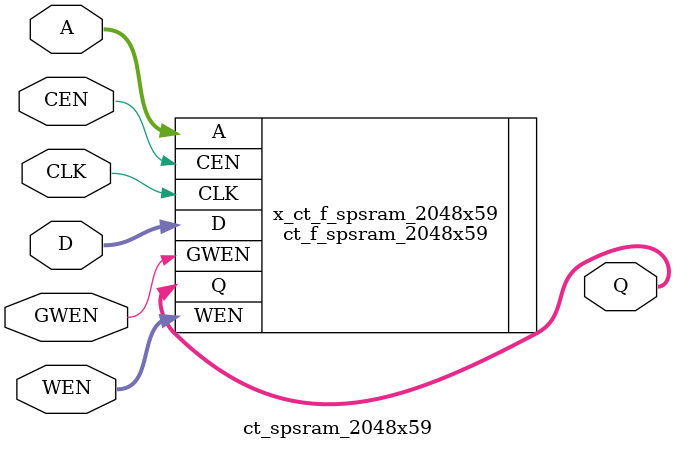
<source format=v>

/*Copyright 2019-2021 T-Head Semiconductor Co., Ltd.

Licensed under the Apache License, Version 2.0 (the "License");
you may not use this file except in compliance with the License.
You may obtain a copy of the License at

    http://www.apache.org/licenses/LICENSE-2.0

Unless required by applicable law or agreed to in writing, software
distributed under the License is distributed on an "AS IS" BASIS,
WITHOUT WARRANTIES OR CONDITIONS OF ANY KIND, either express or implied.
See the License for the specific language governing permissions and
limitations under the License.
*/

// &ModuleBeg; @22
module ct_spsram_2048x59(
  A,
  CEN,
  CLK,
  D,
  GWEN,
  Q,
  WEN
);

// &Ports; @23
input   [10:0]  A;   
input           CEN; 
input           CLK; 
input   [58:0]  D;   
input           GWEN; 
input   [58:0]  WEN; 
output  [58:0]  Q;   

// &Regs; @24

// &Wires; @25
wire    [10:0]  A;   
wire            CEN; 
wire            CLK; 
wire    [58:0]  D;   
wire            GWEN; 
wire    [58:0]  Q;   
wire    [58:0]  WEN; 


//**********************************************************
//                  Parameter Definition
//**********************************************************
parameter ADDR_WIDTH = 11;
parameter DATA_WIDTH = 59;
parameter WE_WIDTH   = 59;

// &Force("bus","Q",DATA_WIDTH-1,0); @34
// &Force("bus","WEN",WE_WIDTH-1,0); @35
// &Force("bus","A",ADDR_WIDTH-1,0); @36
// &Force("bus","D",DATA_WIDTH-1,0); @37

  //********************************************************
  //*                        FPGA memory                   *
  //********************************************************
  //{WEN[58],WEN[57:29],WEN[28:0]}
//   &Instance("ct_f_spsram_2048x59"); @44
ct_f_spsram_2048x59  x_ct_f_spsram_2048x59 (
  .A    (A   ),
  .CEN  (CEN ),
  .CLK  (CLK ),
  .D    (D   ),
  .GWEN (GWEN),
  .Q    (Q   ),
  .WEN  (WEN )
);

//   &Instance("ct_f_spsram_2048x59"); @50

// &ModuleEnd; @67
endmodule



</source>
